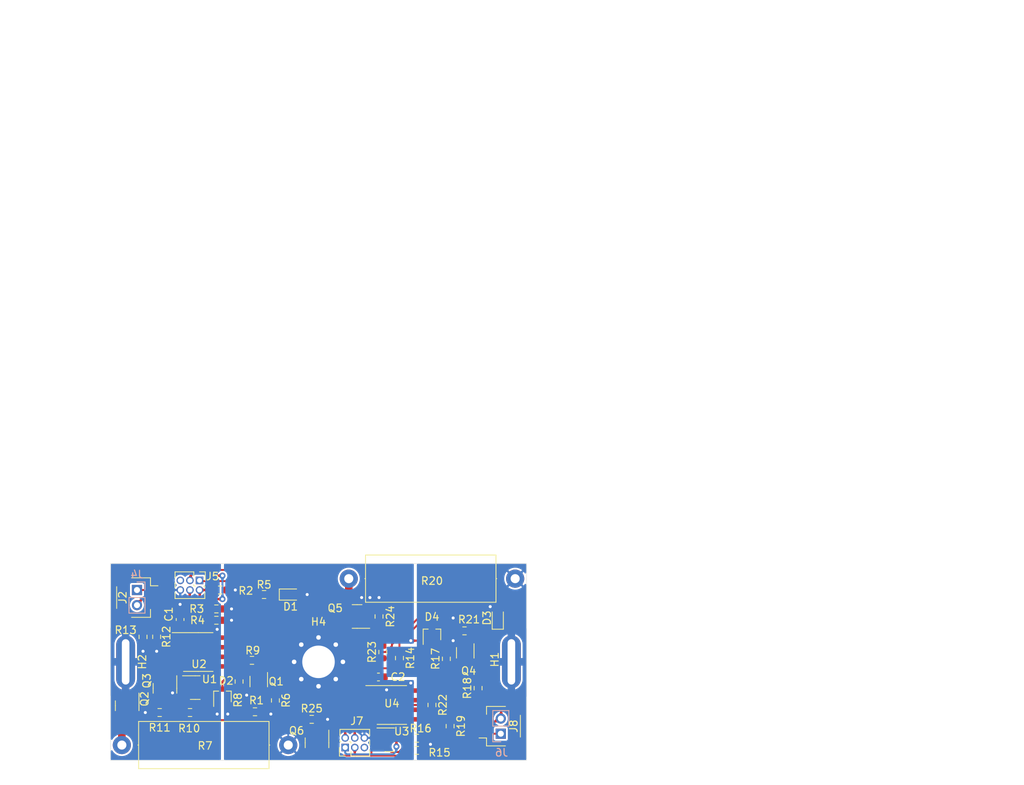
<source format=kicad_pcb>
(kicad_pcb (version 20221018) (generator pcbnew)
  (layers (0 "F.Cu" signal) (31 "B.Cu" signal) (34 "B.Paste" user) (35 "F.Paste" user) (36 "B.SilkS" user "B.Silkscreen") (37 "F.SilkS" user "F.Silkscreen") (38 "B.Mask" user) (39 "F.Mask" user) (44 "Edge.Cuts" user))
  (net 0 "")
  (net 1 "GND")
  (net 2 "/VCC")
  (net 3 "/VCCB")
  (net 4 "VEE")
  (net 5 "Net-(D1-K)")
  (net 6 "/RX")
  (net 7 "/TX")
  (net 8 "Net-(Q1A-E1)")
  (net 9 "Net-(D3-K)")
  (net 10 "/2V5")
  (net 11 "/BAL")
  (net 12 "/~{EN}")
  (net 13 "/FAULT_UPDI")
  (net 14 "Net-(Q4A-E1)")
  (net 15 "Net-(J2-Pin_3)")
  (net 16 "Net-(J2-Pin_2)")
  (net 17 "Net-(J2-Pin_1)")
  (net 19 "/FAULT_UPDI2")
  (net 20 "/RX2")
  (net 21 "/TX2")
  (net 23 "Net-(J6-Pin_1)")
  (net 24 "Net-(J6-Pin_2)")
  (net 26 "Net-(Q1A-C1)")
  (net 27 "Net-(Q1A-B1)")
  (net 28 "Net-(Q2-D)")
  (net 29 "Net-(Q2-G)")
  (net 30 "Net-(Q4A-B1)")
  (net 31 "Net-(Q5-G)")
  (net 32 "Net-(Q5-D)")
  (net 33 "Net-(Q6-E)")
  (net 34 "/2V5B")
  (net 35 "/~{EN2}")
  (net 36 "/BAL2")
  (net 37 "+BATT")
  (footprint "Capacitor_SMD:C_0603_1608Metric" (layer "F.Cu") (at 24.2 107.4 90)
    (fp_text reference "C1")
    (fp_text value "1u")
  )
  (footprint "Package_TO_SOT_SMD:SOT-323_SC-70" (layer "F.Cu") (at 29.8 117.6 90)
    (fp_text reference "D2")
    (fp_text value "BAV99W")
  )
  (footprint "EdsKicadLibrary:Terminal tag 6.2mm slot" (layer "F.Cu") (at 17 113)
    (fp_text reference "H2")
    (fp_text value "(-)")
  )
  (footprint "Package_TO_SOT_SMD:SOT-363_SC-70-6" (layer "F.Cu") (at 34.6 115.6 -90)
    (fp_text reference "Q1")
    (fp_text value "MMDT3946")
  )
  (footprint "Package_TO_SOT_SMD:SOT-23" (layer "F.Cu") (at 17.2 118.8 -90)
    (fp_text reference "Q2")
    (fp_text value "SI3402-TP")
  )
  (footprint "Resistor_SMD:R_0603_1608Metric" (layer "F.Cu") (at 34.1 119.6)
    (fp_text reference "R1")
    (fp_text value "150k")
  )
  (footprint "Resistor_SMD:R_0603_1608Metric" (layer "F.Cu") (at 29.5 103.5 180)
    (fp_text reference "R2")
    (fp_text value "10R")
  )
  (footprint "Resistor_SMD:R_0603_1608Metric" (layer "F.Cu") (at 29 107.5)
    (fp_text reference "R4")
    (fp_text value "3K3")
  )
  (footprint "Resistor_SMD:R_0603_1608Metric" (layer "F.Cu") (at 32 115.6 -90)
    (fp_text reference "R8")
    (fp_text value "220k")
  )
  (footprint "Resistor_SMD:R_0603_1608Metric" (layer "F.Cu") (at 33.7 112.8 180)
    (fp_text reference "R9")
    (fp_text value "220k")
  )
  (footprint "Resistor_SMD:R_0603_1608Metric" (layer "F.Cu") (at 25.5125 119.7 180)
    (fp_text reference "R10")
    (fp_text value "3K3")
  )
  (footprint "Resistor_SMD:R_0603_1608Metric" (layer "F.Cu") (at 21.5 119.7 180)
    (fp_text reference "R11")
    (fp_text value "220k")
  )
  (footprint "Package_SO:SOIC-8_3.9x4.9mm_P1.27mm" (layer "F.Cu") (at 26.6 111.7)
    (fp_text reference "U2")
    (fp_text value "ATtiny202-SS")
  )
  (footprint "Connector_PinHeader_1.27mm:PinHeader_2x03_P1.27mm_Vertical" (layer "F.Cu") (at 26.77 102.23 -90)
    (fp_text reference "J5")
    (fp_text value "UPDI Port")
  )
  (footprint "EdsKicadLibrary:Terminal tag 6.2mm slot" (layer "F.Cu") (at 68 113)
    (fp_text reference "H1")
    (fp_text value "(+)")
  )
  (footprint "Package_TO_SOT_SMD:SOT-23" (layer "F.Cu") (at 22.2 116.5 -90)
    (fp_text reference "Q3")
    (fp_text value "MMBT3904")
  )
  (footprint "Resistor_SMD:R_0603_1608Metric" (layer "F.Cu") (at 21.1 109.6875 -90)
    (fp_text reference "R12")
    (fp_text value "150k")
  )
  (footprint "Resistor_SMD:R_0603_1608Metric" (layer "F.Cu") (at 36.8 118.1 -90)
    (fp_text reference "R6")
    (fp_text value "150k")
  )
  (footprint "LED_SMD:LED_0603_1608Metric" (layer "F.Cu") (at 38.8 104.1)
    (fp_text reference "D1")
    (fp_text value "Red LED")
  )
  (footprint "Resistor_SMD:R_0603_1608Metric" (layer "F.Cu") (at 29 106 180)
    (fp_text reference "R3")
    (fp_text value "220k")
  )
  (footprint "EdsKicadLibrary:R_Axial_L17.0mm_D6.0mm_P22mm_Horizontal" (layer "F.Cu") (at 27.5 124 180)
    (fp_text reference "R7")
    (fp_text value "4R7")
  )
  (footprint "Connector_JST:JST_SH_SM03B-SRSS-TB_1x03-1MP_P1.00mm_Horizontal" (layer "F.Cu") (at 18.5 104.5 -90)
    (fp_text reference "J2")
    (fp_text value "Conn_01x03")
  )
  (footprint "Resistor_SMD:R_0603_1608Metric" (layer "F.Cu") (at 19.3 109.7 90)
    (fp_text reference "R13")
    (fp_text value "270k")
  )
  (footprint "Package_TO_SOT_SMD:SOT-23" (layer "F.Cu") (at 26.2 116.4)
    (fp_text reference "U1")
    (fp_text value "TL431DBZ")
  )
  (footprint "Resistor_SMD:R_0603_1608Metric" (layer "F.Cu") (at 35.3 104.1)
    (fp_text reference "R5")
    (fp_text value "3K3")
  )
  (footprint "Capacitor_SMD:C_0603_1608Metric" (layer "F.Cu") (at 50.425 115)
    (fp_text reference "C2")
    (fp_text value "1u")
  )
  (footprint "Package_SO:SOIC-8_3.9x4.9mm_P1.27mm" (layer "F.Cu") (at 52.2 118.7)
    (fp_text reference "U4")
    (fp_text value "ATtiny202-SS")
  )
  (footprint "Resistor_SMD:R_0603_1608Metric" (layer "F.Cu") (at 55.5 123.1)
    (fp_text reference "R16")
    (fp_text value "3K3")
  )
  (footprint "EdsKicadLibrary:R_Axial_L17.0mm_D6.0mm_P22mm_Horizontal" (layer "F.Cu") (at 57.5 102 180)
    (fp_text reference "R20")
    (fp_text value "4R7")
  )
  (footprint "Package_TO_SOT_SMD:SOT-23" (layer "F.Cu") (at 42.3 123.7 -90)
    (fp_text reference "Q6")
    (fp_text value "MMBT3904")
  )
  (footprint "Package_TO_SOT_SMD:SOT-323_SC-70" (layer "F.Cu") (at 57.5 109.4 90)
    (fp_text reference "D4")
    (fp_text value "BAV99W")
  )
  (footprint "Package_TO_SOT_SMD:SOT-363_SC-70-6" (layer "F.Cu") (at 61.9 111.8 -90)
    (fp_text reference "Q4")
    (fp_text value "MMDT3946")
  )
  (footprint "Resistor_SMD:R_0603_1608Metric" (layer "F.Cu") (at 50.5 107 90)
    (fp_text reference locked "R24")
    (fp_text value "220k")
  )
  (footprint "Resistor_SMD:R_0603_1608Metric" (layer "F.Cu") (at 59.4 112.6 90)
    (fp_text reference "R17")
    (fp_text value "150k")
  )
  (footprint "Resistor_SMD:R_0603_1608Metric" (layer "F.Cu") (at 55.5 124.7 180)
    (fp_text reference "R15")
    (fp_text value "220k")
  )
  (footprint "Package_TO_SOT_SMD:SOT-23" (layer "F.Cu") (at 47.6 107 180)
    (fp_text reference "Q5")
    (fp_text value "SI3402-TP")
  )
  (footprint "Resistor_SMD:R_0603_1608Metric" (layer "F.Cu") (at 53.2 112.5 -90)
    (fp_text reference "R14")
    (fp_text value "10R")
  )
  (footprint "Connector_JST:JST_SH_SM03B-SRSS-TB_1x03-1MP_P1.00mm_Horizontal" (layer "F.Cu") (at 66.5 121.5 90)
    (fp_text reference "J8")
    (fp_text value "Conn_01x03")
  )
  (footprint "Connector_PinHeader_1.27mm:PinHeader_2x03_P1.27mm_Vertical" (layer "F.Cu") (at 46.025 124.325 90)
    (fp_text reference "J7")
    (fp_text value "UPDI Port")
  )
  (footprint "MountingHole:MountingHole_4.3mm_M4_Pad_Via" (layer "F.Cu") (at 42.5 113)
    (fp_text reference "H4")
    (fp_text value "(MID)")
  )
  (footprint "LED_SMD:LED_0603_1608Metric" (layer "F.Cu") (at 66.2 107.2 90)
    (fp_text reference "D3")
    (fp_text value "Red LED")
  )
  (footprint "Resistor_SMD:R_0603_1608Metric" (layer "F.Cu") (at 57.5 118.7 -90)
    (fp_text reference "R22")
    (fp_text value "220k")
  )
  (footprint "Resistor_SMD:R_0603_1608Metric" (layer "F.Cu") (at 61.8 108.9 180)
    (fp_text reference "R21")
    (fp_text value "220k")
  )
  (footprint "Resistor_SMD:R_0603_1608Metric" (layer "F.Cu") (at 41.6 120.6)
    (fp_text reference "R25")
    (fp_text value "150k")
  )
  (footprint "Resistor_SMD:R_0603_1608Metric" (layer "F.Cu") (at 63.6 116.475 90)
    (fp_text reference "R18")
    (fp_text value "3K3")
  )
  (footprint "Package_TO_SOT_SMD:SOT-23" (layer "F.Cu") (at 51.9 123.3)
    (fp_text reference "U3")
    (fp_text value "TL431DBZ")
  )
  (footprint "Resistor_SMD:R_0603_1608Metric" (layer "F.Cu") (at 59.9 121.5 -90)
    (fp_text reference "R19")
    (fp_text value "150k")
  )
  (footprint "Resistor_SMD:R_0603_1608Metric" (layer "F.Cu") (at 51 111.7 90)
    (fp_text reference "R23")
    (fp_text value "3K3")
  )
  (footprint "Connector_PinHeader_2.00mm:PinHeader_1x02_P2.00mm_Vertical" (layer "B.Cu") (at 18.5 103.5 180)
    (fp_text reference "J4")
    (fp_text value "Conn_01x02")
  )
  (footprint "Connector_PinHeader_2.00mm:PinHeader_1x02_P2.00mm_Vertical" (layer "B.Cu") (at 66.6 122.5)
    (fp_text reference "J6")
    (fp_text value "Conn_01x02")
  )
  (gr_line (start 15 100) (end 15 126) (stroke (width 0.05)) (layer "Edge.Cuts"))
  (gr_line (start 70 100) (end 15 100) (stroke (width 0.05)) (layer "Edge.Cuts"))
  (gr_line (start 70 126) (end 70 100) (stroke (width 0.05)) (layer "Edge.Cuts"))
  (gr_line (start 15 126) (end 70 126) (stroke (width 0.05)) (layer "Edge.Cuts"))
  (segment (start 23.2 115.6125) (end 23.2 117.099996) (width 0.25) (layer "F.Cu") (net 1))
  (segment (start 16.3 117.9) (end 17 117.2) (width 1) (layer "F.Cu") (net 1))
  (segment (start 29.075 109.795) (end 29.075 108.725) (width 0.25) (layer "F.Cu") (net 1))
  (segment (start 20.7125 119.7) (end 19.6 119.7) (width 0.25) (layer "F.Cu") (net 1))
  (segment (start 16.25 117.9) (end 16.3 117.9) (width 1) (layer "F.Cu") (net 1))
  (segment (start 29.15 118.6) (end 29.15 119.85) (width 0.25) (layer "F.Cu") (net 1))
  (segment (start 29.075 108.725) (end 29.1 108.7) (width 0.25) (layer "F.Cu") (net 1))
  (segment (start 24.2 106.6125) (end 24.2 105.4) (width 0.25) (layer "F.Cu") (net 1))
  (segment (start 21.1 110.475) (end 21.1 111.6) (width 0.25) (layer "F.Cu") (net 1))
  (segment (start 19.3 110.4875) (end 19.3 111.599996) (width 0.25) (layer "F.Cu") (net 1))
  (segment (start 29.15 119.85) (end 29.1 119.9) (width 0.25) (layer "F.Cu") (net 1))
  (segment (start 17 117.2) (end 17 113) (width 1) (layer "F.Cu") (net 1))
  (segment (start 23.2 117.099996) (end 23.200004 117.1) (width 0.25) (layer "F.Cu") (net 1))
  (segment (start 23.15 115.5625) (end 23.2 115.6125) (width 0.25) (layer "F.Cu") (net 1))
  (via (at 19.6 119.7) (size 0.8) (drill 0.4) (layers "F.Cu" "B.Cu") (net 1))
  (via (at 29.1 108.7) (size 0.8) (drill 0.4) (layers "F.Cu" "B.Cu") (net 1))
  (via (at 21.1 111.6) (size 0.8) (drill 0.4) (layers "F.Cu" "B.Cu") (net 1))
  (via (at 29.1 119.9) (size 0.8) (drill 0.4) (layers "F.Cu" "B.Cu") (net 1))
  (via (at 24.2 105.4) (size 0.8) (drill 0.4) (layers "F.Cu" "B.Cu") (net 1))
  (via (at 23.200004 117.1) (size 0.8) (drill 0.4) (layers "F.Cu" "B.Cu") (net 1))
  (via (at 19.3 111.599996) (size 0.8) (drill 0.4) (layers "F.Cu" "B.Cu") (net 1))
  (segment (start 23.3 113) (end 23.2 113.1) (width 0.25) (layer "B.Cu") (net 1))
  (segment (start 20 113) (end 17 113) (width 0.25) (layer "B.Cu") (net 1))
  (segment (start 24.2 105.4) (end 24.2 103.53) (width 0.25) (layer "B.Cu") (net 1))
  (segment (start 23.3 113) (end 21.2 113) (width 0.25) (layer "B.Cu") (net 1))
  (segment (start 23.2 117.099996) (end 23.200004 117.1) (width 0.25) (layer "B.Cu") (net 1))
  (segment (start 21.1 111.6) (end 21.1 113) (width 0.25) (layer "B.Cu") (net 1))
  (segment (start 21.2 113) (end 21.1 113) (width 0.25) (layer "B.Cu") (net 1))
  (segment (start 29.1 119.9) (end 29.1 113) (width 0.25) (layer "B.Cu") (net 1))
  (segment (start 20 113) (end 19.6 113) (width 0.25) (layer "B.Cu") (net 1))
  (segment (start 24.2 103.53) (end 24.23 103.5) (width 0.25) (layer "B.Cu") (net 1))
  (segment (start 21.1 113) (end 20 113) (width 0.25) (layer "B.Cu") (net 1))
  (segment (start 29.1 113) (end 29.1 108.7) (width 0.25) (layer "B.Cu") (net 1))
  (segment (start 19.3 113) (end 19.3 111.599996) (width 0.25) (layer "B.Cu") (net 1))
  (segment (start 29.1 113) (end 23.3 113) (width 0.25) (layer "B.Cu") (net 1))
  (segment (start 19.6 119.7) (end 19.6 113) (width 0.25) (layer "B.Cu") (net 1))
  (segment (start 23.2 113.1) (end 23.2 117.099996) (width 0.25) (layer "B.Cu") (net 1))
  (segment (start 19.6 113) (end 19.3 113) (width 0.25) (layer "B.Cu") (net 1))
  (segment (start 24.125 109.795) (end 24.125 108.2625) (width 0.25) (layer "F.Cu") (net 2))
  (segment (start 25.4 105.7) (end 26.77 104.33) (width 0.25) (layer "F.Cu") (net 2))
  (segment (start 26.77 104.33) (end 26.77 103.5) (width 0.25) (layer "F.Cu") (net 2))
  (segment (start 28.7125 103.5) (end 26.77 103.5) (width 0.25) (layer "F.Cu") (net 2))
  (segment (start 24.125 108.2625) (end 25.4 106.9875) (width 0.25) (layer "F.Cu") (net 2))
  (segment (start 25.4 106.9875) (end 25.4 105.7) (width 0.25) (layer "F.Cu") (net 2))
  (segment (start 50.25 113.85) (end 49.7 114.4) (width 0.25) (layer "F.Cu") (net 3))
  (segment (start 46.03 123.05) (end 46.03 118.97) (width 0.25) (layer "F.Cu") (net 3))
  (segment (start 53.2 113.325) (end 52.675 113.85) (width 0.25) (layer "F.Cu") (net 3))
  (segment (start 46.025 123.055) (end 46.03 123.05) (width 0.25) (layer "F.Cu") (net 3))
  (segment (start 49.725 115.075) (end 49.65 115) (width 0.25) (layer "F.Cu") (net 3))
  (segment (start 46.03 118.97) (end 48.205 116.795) (width 0.25) (layer "F.Cu") (net 3))
  (segment (start 49.7 114.95) (end 49.65 115) (width 0.25) (layer "F.Cu") (net 3))
  (segment (start 52.675 113.85) (end 50.25 113.85) (width 0.25) (layer "F.Cu") (net 3))
  (segment (start 48.205 116.795) (end 49.725 116.795) (width 0.25) (layer "F.Cu") (net 3))
  (segment (start 49.725 116.795) (end 49.725 115.075) (width 0.25) (layer "F.Cu") (net 3))
  (segment (start 49.7 114.4) (end 49.7 114.95) (width 0.25) (layer "F.Cu") (net 3))
  (segment (start 30.2875 103.5) (end 31.5 103.5) (width 0.25) (layer "F.Cu") (net 4))
  (segment (start 48.200014 105.712514) (end 48.200014 104.5) (width 1) (layer "F.Cu") (net 4))
  (segment (start 54.7 115.8) (end 54.7 116.77) (width 0.25) (layer "F.Cu") (net 4))
  (segment (start 54.7 116.77) (end 54.69 116.78) (width 0.25) (layer "F.Cu") (net 4))
  (segment (start 51.2 115.7) (end 51.5 116) (width 0.25) (layer "F.Cu") (net 4))
  (segment (start 33.95 116.55) (end 33.85 116.55) (width 0.25) (layer "F.Cu") (net 4))
  (segment (start 56.650002 110.200002) (end 54.7 110.200002) (width 0.25) (layer "F.Cu") (net 4))
  (segment (start 51.2 115) (end 51.2 115.7) (width 0.25) (layer "F.Cu") (net 4))
  (segment (start 30.45 119.85) (end 30.5 119.9) (width 0.25) (layer "F.Cu") (net 4))
  (segment (start 34.8875 119.6) (end 35.1875 119.9) (width 0.25) (layer "F.Cu") (net 4))
  (segment (start 35.1875 119.9) (end 36.20001 119.9) (width 0.25) (layer "F.Cu") (net 4))
  (segment (start 56.85 110.4) (end 56.650002 110.200002) (width 0.25) (layer "F.Cu") (net 4))
  (segment (start 43.25 122.7625) (end 43.25 121.85) (width 0.25) (layer "F.Cu") (net 4))
  (segment (start 50.5 104.5) (end 49.299996 104.5) (width 1) (layer "F.Cu") (net 4))
  (segment (start 33.85 116.55) (end 33 117.4) (width 0.25) (layer "F.Cu") (net 4))
  (segment (start 29.7875 106) (end 31 106) (width 0.25) (layer "F.Cu") (net 4))
  (segment (start 48.200014 104.5) (end 49.299996 104.5) (width 1) (layer "F.Cu") (net 4))
  (segment (start 50.5 106.175) (end 50.5 104.5) (width 0.25) (layer "F.Cu") (net 4))
  (segment (start 30.45 118.6) (end 30.45 119.85) (width 0.25) (layer "F.Cu") (net 4))
  (segment (start 54.69 116.78) (end 54.675 116.78) (width 0.25) (layer "F.Cu") (net 4))
  (segment (start 43.25 121.85) (end 43.7 121.4) (width 0.25) (layer "F.Cu") (net 4))
  (segment (start 42.425 120.6) (end 43.7 120.6) (width 0.25) (layer "F.Cu") (net 4))
  (segment (start 43.7 121.4) (end 43.7 120.6) (width 0.25) (layer "F.Cu") (net 4))
  (segment (start 48.5375 106.05) (end 48.200014 105.712514) (width 1) (layer "F.Cu") (net 4))
  (segment (start 51.5 116) (end 51.5 116.7) (width 0.25) (layer "F.Cu") (net 4))
  (segment (start 31 107.5) (end 29.7875 107.5) (width 0.25) (layer "F.Cu") (net 4))
  (segment (start 39.5875 104.1) (end 41 104.1) (width 0.25) (layer "F.Cu") (net 4))
  (via (at 50.5 104.5) (size 0.8) (drill 0.4) (layers "F.Cu" "B.Cu") (net 4))
  (via (at 48.200014 104.5) (size 0.8) (drill 0.4) (layers "F.Cu" "B.Cu") (net 4))
  (via (at 41 104.1) (size 0.8) (drill 0.4) (layers "F.Cu" "B.Cu") (net 4))
  (via (at 43.7 120.6) (size 0.8) (drill 0.4) (layers "F.Cu" "B.Cu") (net 4))
  (via (at 33 117.4) (size 0.8) (drill 0.4) (layers "F.Cu" "B.Cu") (net 4))
  (via (at 54.7 110.200002) (size 0.8) (drill 0.4) (layers "F.Cu" "B.Cu") (net 4))
  (via (at 51.5 116.7) (size 0.8) (drill 0.4) (layers "F.Cu" "B.Cu") (net 4))
  (via (at 49.299996 104.5) (size 0.8) (drill 0.4) (layers "F.Cu" "B.Cu") (net 4))
  (via (at 36.20001 119.9) (size 0.8) (drill 0.4) (layers "F.Cu" "B.Cu") (net 4))
  (via (at 30.5 119.9) (size 0.8) (drill 0.4) (layers "F.Cu" "B.Cu") (net 4))
  (via (at 31.5 103.5) (size 0.8) (drill 0.4) (layers "F.Cu" "B.Cu") (net 4))
  (via (at 31 106) (size 0.8) (drill 0.4) (layers "F.Cu" "B.Cu") (net 4))
  (via (at 31 107.5) (size 0.8) (drill 0.4) (layers "F.Cu" "B.Cu") (net 4))
  (via (at 54.7 115.8) (size 0.8) (drill 0.4) (layers "F.Cu" "B.Cu") (net 4))
  (segment (start 38.5 119.9) (end 36.20001 119.9) (width 0.25) (layer "B.Cu") (net 4))
  (segment (start 50.999998 110.200002) (end 48.2 113) (width 0.25) (layer "B.Cu") (net 4))
  (segment (start 51.5 115.8) (end 51.5 116.7) (width 0.25) (layer "B.Cu") (net 4))
  (segment (start 33 117.4) (end 38.5 117.4) (width 0.25) (layer "B.Cu") (net 4))
  (segment (start 43.7 120.6) (end 42.5 119.4) (width 0.25) (layer "B.Cu") (net 4))
  (segment (start 31.5 106) (end 31 106) (width 0.25) (layer "B.Cu") (net 4))
  (segment (start 38.5 119.7) (end 38.5 119.9) (width 0.25) (layer "B.Cu") (net 4))
  (segment (start 30.5 119.9) (end 36.20001 119.9) (width 0.25) (layer "B.Cu") (net 4))
  (segment (start 48.2 113) (end 51 115.8) (width 0.25) (layer "B.Cu") (net 4))
  (segment (start 47.61 122.1) (end 48.565 123.055) (width 0.25) (layer "B.Cu") (net 4))
  (segment (start 45.2 122.1) (end 47.61 122.1) (width 0.25) (layer "B.Cu") (net 4))
  (segment (start 51.5 115.8) (end 54.7 115.8) (width 0.25) (layer "B.Cu") (net 4))
  (segment (start 43.7 120.6) (end 45.2 122.1) (width 0.25) (layer "B.Cu") (net 4))
  (segment (start 38.5 117.4) (end 38.5 117) (width 0.25) (layer "B.Cu") (net 4))
  (segment (start 31 106) (end 31 107.5) (width 0.25) (layer "B.Cu") (net 4))
  (segment (start 48.2 113) (end 42.5 113) (width 0.25) (layer "B.Cu") (net 4))
  (segment (start 54.7 110.200002) (end 50.999998 110.200002) (width 0.25) (layer "B.Cu") (net 4))
  (segment (start 42.5 113) (end 42.5 105.6) (width 0.25) (layer "B.Cu") (net 4))
  (segment (start 31.5 103.5) (end 31.5 106) (width 0.25) (layer "B.Cu") (net 4))
  (segment (start 51 115.8) (end 51.5 115.8) (width 0.25) (layer "B.Cu") (net 4))
  (segment (start 38.5 117) (end 42.5 113) (width 0.25) (layer "B.Cu") (net 4))
  (segment (start 38.5 119.7) (end 38.5 117.4) (width 0.25) (layer "B.Cu") (net 4))
  (segment (start 35.5 106) (end 31.5 106) (width 0.25) (layer "B.Cu") (net 4))
  (segment (start 42.5 119.4) (end 42.5 113) (width 0.25) (layer "B.Cu") (net 4))
  (segment (start 42.5 113) (end 48.200014 107.299986) (width 0.25) (layer "B.Cu") (net 4))
  (segment (start 42.5 105.6) (end 41 104.1) (width 0.25) (layer "B.Cu") (net 4))
  (segment (start 42.5 113) (end 35.5 106) (width 0.25) (layer "B.Cu") (net 4))
  (segment (start 38.5 124) (end 38.5 119.7) (width 0.25) (layer "B.Cu") (net 4))
  (segment (start 48.200014 107.299986) (end 48.200014 104.5) (width 0.25) (layer "B.Cu") (net 4))
  (segment (start 36.125 104.1) (end 38.0125 104.1) (width 0.25) (layer "F.Cu") (net 5))
  (segment (start 25.9 101.3) (end 28 101.3) (width 0.25) (layer "F.Cu") (net 6))
  (segment (start 25.265 112.335) (end 27 110.6) (width 0.25) (layer "F.Cu") (net 6))
  (segment (start 28.3 101.6) (end 29.8 101.6) (width 0.25) (layer "F.Cu") (net 6))
  (segment (start 27 106) (end 28.2125 106) (width 0.25) (layer "F.Cu") (net 6))
  (segment (start 27 105.3) (end 27 106) (width 0.25) (layer "F.Cu") (net 6))
  (segment (start 27.6 104.7) (end 27 105.3) (width 0.25) (layer "F.Cu") (net 6))
  (segment (start 25.5 102.23) (end 25.5 101.7) (width 0.25) (layer "F.Cu") (net 6))
  (segment (start 22.2 113.1) (end 22.965 112.335) (width 0.25) (layer "F.Cu") (net 6))
  (segment (start 28 101.3) (end 28.3 101.6) (width 0.25) (layer "F.Cu") (net 6))
  (segment (start 29.8 104.7) (end 27.6 104.7) (width 0.25) (layer "F.Cu") (net 6))
  (segment (start 25.5 101.7) (end 25.9 101.3) (width 0.25) (layer "F.Cu") (net 6))
  (segment (start 22.965 112.335) (end 24.125 112.335) (width 0.25) (layer "F.Cu") (net 6))
  (segment (start 22.2 117.4375) (end 22.2 113.1) (width 0.25) (layer "F.Cu") (net 6))
  (segment (start 27 110.6) (end 27 106) (width 0.25) (layer "F.Cu") (net 6))
  (segment (start 24.125 112.335) (end 25.265 112.335) (width 0.25) (layer "F.Cu") (net 6))
  (via (at 29.8 101.6) (size 0.8) (drill 0.4) (layers "F.Cu" "B.Cu") (net 6))
  (via (at 29.8 104.7) (size 0.8) (drill 0.4) (layers "F.Cu" "B.Cu") (net 6))
  (segment (start 29.8 101.6) (end 29.8 104.7) (width 0.25) (layer "B.Cu") (net 6))
  (segment (start 24.125 111.065) (end 22.965 111.065) (width 0.25) (layer "F.Cu") (net 7))
  (segment (start 36.8 113.7) (end 36.8 117.275) (width 0.25) (layer "F.Cu") (net 7))
  (segment (start 22.75 110.85) (end 22.75 102.35) (width 0.25) (layer "F.Cu") (net 7))
  (segment (start 22.75 102.35) (end 24.25 100.85) (width 0.25) (layer "F.Cu") (net 7))
  (segment (start 24.25 100.85) (end 30.65 100.85) (width 0.25) (layer "F.Cu") (net 7))
  (segment (start 33.4 103.6) (end 33.4 110.3) (width 0.25) (layer "F.Cu") (net 7))
  (segment (start 22.965 111.065) (end 22.75 110.85) (width 0.25) (layer "F.Cu") (net 7))
  (segment (start 25.5 104.2) (end 25.3 104.4) (width 0.25) (layer "F.Cu") (net 7))
  (segment (start 33.4 110.3) (end 36.8 113.7) (width 0.25) (layer "F.Cu") (net 7))
  (segment (start 30.65 100.85) (end 33.4 103.6) (width 0.25) (layer "F.Cu") (net 7))
  (segment (start 25.3 104.4) (end 22.75 104.4) (width 0.25) (layer "F.Cu") (net 7))
  (segment (start 34.475 104.1) (end 33.4 104.1) (width 0.25) (layer "F.Cu") (net 7))
  (segment (start 25.5 103.5) (end 25.5 104.2) (width 0.25) (layer "F.Cu") (net 7))
  (segment (start 34.525 112.8) (end 34.5 112.825) (width 0.25) (layer "F.Cu") (net 8))
  (segment (start 34.5 113.9) (end 35.2 113.9) (width 0.25) (layer "F.Cu") (net 8))
  (segment (start 34.5 112.825) (end 34.5 113.9) (width 0.25) (layer "F.Cu") (net 8))
  (segment (start 29.8 115.6) (end 31.5 113.9) (width 0.25) (layer "F.Cu") (net 8))
  (segment (start 35.25 113.95) (end 35.25 114.65) (width 0.25) (layer "F.Cu") (net 8))
  (segment (start 32 113.9) (end 34.5 113.9) (width 0.25) (layer "F.Cu") (net 8))
  (segment (start 32 114.8125) (end 32 113.9) (width 0.25) (layer "F.Cu") (net 8))
  (segment (start 31.5 113.9) (end 32 113.9) (width 0.25) (layer "F.Cu") (net 8))
  (segment (start 29.8 116.6) (end 29.8 115.6) (width 0.25) (layer "F.Cu") (net 8))
  (segment (start 35.2 113.9) (end 35.25 113.95) (width 0.25) (layer "F.Cu") (net 8))
  (segment (start 66.2 109.636396) (end 63.6 112.236396) (width 0.25) (layer "F.Cu") (net 9))
  (segment (start 66.2 107.9875) (end 66.2 109.636396) (width 0.25) (layer "F.Cu") (net 9))
  (segment (start 63.6 112.236396) (end 63.6 115.65) (width 0.25) (layer "F.Cu") (net 9))
  (segment (start 25.8 113.605) (end 24.125 113.605) (width 0.25) (layer "F.Cu") (net 10))
  (segment (start 25.8 114.3) (end 25.8 113.605) (width 0.25) (layer "F.Cu") (net 10))
  (segment (start 25.8 112.5) (end 25.8 113.605) (width 0.25) (layer "F.Cu") (net 10))
  (segment (start 25.2 114.9) (end 25.8 114.3) (width 0.25) (layer "F.Cu") (net 10))
  (segment (start 27.5 108.2125) (end 27.5 110.8) (width 0.25) (layer "F.Cu") (net 10))
  (segment (start 28.2125 107.5) (end 27.5 108.2125) (width 0.25) (layer "F.Cu") (net 10))
  (segment (start 27.5 110.8) (end 25.8 112.5) (width 0.25) (layer "F.Cu") (net 10))
  (segment (start 25.2 117.35) (end 25.2 114.9) (width 0.25) (layer "F.Cu") (net 10))
  (segment (start 26.3375 117.009251) (end 26.3375 119.6625) (width 0.25) (layer "F.Cu") (net 11))
  (segment (start 26.075 116.053249) (end 26.075 116.746751) (width 0.25) (layer "F.Cu") (net 11))
  (segment (start 26.075 116.746751) (end 26.3375 117.009251) (width 0.25) (layer "F.Cu") (net 11))
  (segment (start 29.075 111.065) (end 27.871396 111.065) (width 0.25) (layer "F.Cu") (net 11))
  (segment (start 26.3375 119.6625) (end 26.3 119.7) (width 0.25) (layer "F.Cu") (net 11))
  (segment (start 26.3375 115.790749) (end 26.075 116.053249) (width 0.25) (layer "F.Cu") (net 11))
  (segment (start 27.871396 111.065) (end 26.3375 112.598896) (width 0.25) (layer "F.Cu") (net 11))
  (segment (start 26.3375 112.598896) (end 26.3375 115.790749) (width 0.25) (layer "F.Cu") (net 11))
  (segment (start 32.875 112.8) (end 31.6 112.8) (width 0.25) (layer "F.Cu") (net 12))
  (segment (start 31.6 112.8) (end 30.795 113.605) (width 0.25) (layer "F.Cu") (net 12))
  (segment (start 30.795 113.605) (end 29.075 113.605) (width 0.25) (layer "F.Cu") (net 12))
  (segment (start 32.4 110.5) (end 30.565 112.335) (width 0.25) (layer "F.Cu") (net 13))
  (segment (start 26.77 102.23) (end 26.865 102.325) (width 0.25) (layer "F.Cu") (net 13))
  (segment (start 27.2 113) (end 27.2 116.4) (width 0.25) (layer "F.Cu") (net 13))
  (segment (start 31.425 102.325) (end 32.4 103.3) (width 0.25) (layer "F.Cu") (net 13))
  (segment (start 29.075 112.335) (end 27.865 112.335) (width 0.25) (layer "F.Cu") (net 13))
  (segment (start 26.865 102.325) (end 31.425 102.325) (width 0.25) (layer "F.Cu") (net 13))
  (segment (start 27.865 112.335) (end 27.2 113) (width 0.25) (layer "F.Cu") (net 13))
  (segment (start 32.4 103.3) (end 32.4 110.5) (width 0.25) (layer "F.Cu") (net 13))
  (segment (start 30.565 112.335) (end 29.075 112.335) (width 0.25) (layer "F.Cu") (net 13))
  (segment (start 58.5 108.4) (end 58.9 108) (width 0.25) (layer "F.Cu") (net 14))
  (segment (start 58.9 108) (end 62.4 108) (width 0.25) (layer "F.Cu") (net 14))
  (segment (start 57.5 117.875) (end 57.5 108.4) (width 0.25) (layer "F.Cu") (net 14))
  (segment (start 62.55 109.15) (end 62.625 109.075) (width 0.25) (layer "F.Cu") (net 14))
  (segment (start 57.5 108.4) (end 58.5 108.4) (width 0.25) (layer "F.Cu") (net 14))
  (segment (start 62.625 109.075) (end 62.625 108.9) (width 0.25) (layer "F.Cu") (net 14))
  (segment (start 62.55 110.85) (end 62.55 109.15) (width 0.25) (layer "F.Cu") (net 14))
  (segment (start 62.4 108) (end 62.625 108.225) (width 0.25) (layer "F.Cu") (net 14))
  (segment (start 62.625 108.225) (end 62.625 108.9) (width 0.25) (layer "F.Cu") (net 14))
  (segment (start 20.5 106.5) (end 19.3 107.7) (width 0.25) (layer "F.Cu") (net 15))
  (segment (start 19.3 107.7) (end 19.3 108.9125) (width 0.25) (layer "F.Cu") (net 15))
  (segment (start 20.5 105.5) (end 20.5 106.5) (width 0.25) (layer "F.Cu") (net 15))
  (segment (start 33 118.4) (end 32.2 119.2) (width 0.25) (layer "F.Cu") (net 16))
  (segment (start 26 120.7) (end 31.1 120.7) (width 0.25) (layer "F.Cu") (net 16))
  (segment (start 32.2 119.6) (end 33.3125 119.6) (width 0.25) (layer "F.Cu") (net 16))
  (segment (start 21.5 104.5) (end 21.65 104.65) (width 0.25) (layer "F.Cu") (net 16))
  (segment (start 20.2 107.8) (end 20.2 112.7) (width 0.25) (layer "F.Cu") (net 16))
  (segment (start 20.5 104.5) (end 21.5 104.5) (width 0.25) (layer "F.Cu") (net 16))
  (segment (start 20.5 104.5) (end 19.35 104.5) (width 0.25) (layer "F.Cu") (net 16))
  (segment (start 24.968979 118.7) (end 25.4875 119.218521) (width 0.25) (layer "F.Cu") (net 16))
  (segment (start 19.9 117.7) (end 20.9 118.7) (width 0.25) (layer "F.Cu") (net 16))
  (segment (start 25.4875 120.1875) (end 26 120.7) (width 0.25) (layer "F.Cu") (net 16))
  (segment (start 20.2 112.7) (end 19.9 113) (width 0.25) (layer "F.Cu") (net 16))
  (segment (start 19.35 104.5) (end 18.35 105.5) (width 0.25) (layer "F.Cu") (net 16))
  (segment (start 31.1 120.7) (end 32.2 119.6) (width 0.25) (layer "F.Cu") (net 16))
  (segment (start 20.9 118.7) (end 24.968979 118.7) (width 0.25) (layer "F.Cu") (net 16))
  (segment (start 32.2 119.2) (end 32.2 119.6) (width 0.25) (layer "F.Cu") (net 16))
  (segment (start 34.6 117.1) (end 33.3 118.4) (width 0.25) (layer "F.Cu") (net 16))
  (segment (start 34.6 116.55) (end 34.6 117.1) (width 0.25) (layer "F.Cu") (net 16))
  (segment (start 21.65 104.65) (end 21.65 106.35) (width 0.25) (layer "F.Cu") (net 16))
  (segment (start 19.9 113) (end 19.9 117.7) (width 0.25) (layer "F.Cu") (net 16))
  (segment (start 21.65 106.35) (end 20.2 107.8) (width 0.25) (layer "F.Cu") (net 16))
  (segment (start 25.4875 119.218521) (end 25.4875 120.1875) (width 0.25) (layer "F.Cu") (net 16))
  (segment (start 33.3 118.4) (end 33 118.4) (width 0.25) (layer "F.Cu") (net 16))
  (segment (start 20.5 103.5) (end 18.35 103.5) (width 0.25) (layer "F.Cu") (net 17))
  (segment (start 22.1 112) (end 22.1 108.9) (width 0.25) (layer "F.Cu") (net 17))
  (segment (start 21.7 103.5) (end 20.5 103.5) (width 0.25) (layer "F.Cu") (net 17))
  (segment (start 22.1 103.9) (end 21.7 103.5) (width 0.25) (layer "F.Cu") (net 17))
  (segment (start 21.25 115.5625) (end 21.25 112.85) (width 0.25) (layer "F.Cu") (net 17))
  (segment (start 22.1 108.9) (end 21.1 108.9) (width 0.25) (layer "F.Cu") (net 17))
  (segment (start 22.1 108.9) (end 22.1 103.9) (width 0.25) (layer "F.Cu") (net 17))
  (segment (start 21.25 112.85) (end 22.1 112) (width 0.25) (layer "F.Cu") (net 17))
  (segment (start 52.8 124.2) (end 52.8 123.3375) (width 0.25) (layer "F.Cu") (net 19))
  (segment (start 53.265 119.335) (end 52.8375 119.7625) (width 0.25) (layer "F.Cu") (net 19))
  (segment (start 52.8 123.3375) (end 52.8375 123.3) (width 0.25) (layer "F.Cu") (net 19))
  (segment (start 54.675 119.335) (end 53.265 119.335) (width 0.25) (layer "F.Cu") (net 19))
  (segment (start 52.8375 119.7625) (end 52.8375 123.3) (width 0.25) (layer "F.Cu") (net 19))
  (via (at 52.8 124.2) (size 0.8) (drill 0.4) (layers "F.Cu" "B.Cu") (net 19))
  (segment (start 52.375 125.225) (end 52.8 124.8) (width 0.25) (layer "B.Cu") (net 19))
  (segment (start 46.03 125.03) (end 46.225 125.225) (width 0.25) (layer "B.Cu") (net 19))
  (segment (start 52.8 124.8) (end 52.8 124.2) (width 0.25) (layer "B.Cu") (net 19))
  (segment (start 46.225 125.225) (end 52.375 125.225) (width 0.25) (layer "B.Cu") (net 19))
  (segment (start 46.03 124.4) (end 46.03 125.03) (width 0.25) (layer "B.Cu") (net 19))
  (segment (start 49.5 125.4) (end 48 125.4) (width 0.25) (layer "F.Cu") (net 20))
  (segment (start 54.675 124.725) (end 54 125.4) (width 0.25) (layer "F.Cu") (net 20))
  (segment (start 47.295 125.337894) (end 47.295 124.325) (width 0.25) (layer "F.Cu") (net 20))
  (segment (start 48.425 121.125) (end 49.5 122.2) (width 0.25) (layer "F.Cu") (net 20))
  (segment (start 42.3 125.1) (end 42.3 124.6375) (width 0.25) (layer "F.Cu") (net 20))
  (segment (start 49.5 122.2) (end 49.5 125.4) (width 0.25) (layer "F.Cu") (net 20))
  (segment (start 48.425 119.475) (end 48.425 121.125) (width 0.25) (layer "F.Cu") (net 20))
  (segment (start 48 125.4) (end 47.357106 125.4) (width 0.25) (layer "F.Cu") (net 20))
  (segment (start 47.357106 125.4) (end 47.295 125.337894) (width 0.25) (layer "F.Cu") (net 20))
  (segment (start 47.357106 125.4) (end 42.6 125.4) (width 0.25) (layer "F.Cu") (net 20))
  (segment (start 54.675 124.7) (end 54.675 124.725) (width 0.25) (layer "F.Cu") (net 20))
  (segment (start 49.725 119.335) (end 48.565 119.335) (width 0.25) (layer "F.Cu") (net 20))
  (segment (start 54 125.4) (end 49.5 125.4) (width 0.25) (layer "F.Cu") (net 20))
  (segment (start 42.6 125.4) (end 42.3 125.1) (width 0.25) (layer "F.Cu") (net 20))
  (segment (start 48.565 119.335) (end 48.425 119.475) (width 0.25) (layer "F.Cu") (net 20))
  (segment (start 59.9 120.675) (end 59.9 118.7) (width 0.25) (layer "F.Cu") (net 21))
  (segment (start 47.295 123.125) (end 47.295 119.205) (width 0.25) (layer "F.Cu") (net 21))
  (segment (start 62.9 118.7) (end 63.6 118) (width 0.25) (layer "F.Cu") (net 21))
  (segment (start 63.6 118) (end 63.6 117.3) (width 0.25) (layer "F.Cu") (net 21))
  (segment (start 48.435 118.065) (end 49.725 118.065) (width 0.25) (layer "F.Cu") (net 21))
  (segment (start 47.295 119.205) (end 48.435 118.065) (width 0.25) (layer "F.Cu") (net 21))
  (segment (start 52.7 118.7) (end 59.9 118.7) (width 0.25) (layer "F.Cu") (net 21))
  (segment (start 59.9 118.7) (end 62.9 118.7) (width 0.25) (layer "F.Cu") (net 21))
  (segment (start 52.065 118.065) (end 52.7 118.7) (width 0.25) (layer "F.Cu") (net 21))
  (segment (start 49.725 118.065) (end 52.065 118.065) (width 0.25) (layer "F.Cu") (net 21))
  (segment (start 60.075 122.5) (end 59.9 122.325) (width 0.25) (layer "F.Cu") (net 23))
  (segment (start 64.5 122.5) (end 60.075 122.5) (width 0.25) (layer "F.Cu") (net 23))
  (segment (start 66.2 122.5) (end 64.5 122.5) (width 0.25) (layer "F.Cu") (net 23))
  (segment (start 62.5 112.8) (end 62.5 116) (width 0.25) (layer "F.Cu") (net 24))
  (segment (start 62.55 112.75) (end 62.5 112.8) (width 0.25) (layer "F.Cu") (net 24))
  (segment (start 62.5 116) (end 63 116.5) (width 0.25) (layer "F.Cu") (net 24))
  (segment (start 66.65 118.85) (end 66.65 120.05) (width 0.25) (layer "F.Cu") (net 24))
  (segment (start 65.2 121.5) (end 64.5 121.5) (width 0.25) (layer "F.Cu") (net 24))
  (segment (start 64.3 116.5) (end 66.65 118.85) (width 0.25) (layer "F.Cu") (net 24))
  (segment (start 66.65 120.05) (end 65.2 121.5) (width 0.25) (layer "F.Cu") (net 24))
  (segment (start 63 116.5) (end 64.3 116.5) (width 0.25) (layer "F.Cu") (net 24))
  (segment (start 44.9 118.3) (end 37.779962 118.3) (width 0.25) (layer "F.Cu") (net 26))
  (segment (start 37.579962 118.1) (end 35.9 118.1) (width 0.25) (layer "F.Cu") (net 26))
  (segment (start 61.6 106.4) (end 56.5 106.4) (width 0.25) (layer "F.Cu") (net 26))
  (segment (start 35.9 118.1) (end 35.25 117.45) (width 0.25) (layer "F.Cu") (net 26))
  (segment (start 61.9 112) (end 62.1 111.8) (width 0.25) (layer "F.Cu") (net 26))
  (segment (start 37.779962 118.3) (end 37.579962 118.1) (width 0.25) (layer "F.Cu") (net 26))
  (segment (start 61.675 113.425) (end 59.4 113.425) (width 0.25) (layer "F.Cu") (net 26))
  (segment (start 47.9 115.3) (end 44.9 118.3) (width 0.25) (layer "F.Cu") (net 26))
  (segment (start 62.1 111.8) (end 63 111.8) (width 0.25) (layer "F.Cu") (net 26))
  (segment (start 63 111.8) (end 63.35 111.45) (width 0.25) (layer "F.Cu") (net 26))
  (segment (start 63.35 111.45) (end 63.35 108.15) (width 0.25) (layer "F.Cu") (net 26))
  (segment (start 35.25 117.45) (end 35.25 116.55) (width 0.25) (layer "F.Cu") (net 26))
  (segment (start 50.5 111.7) (end 47.9 114.3) (width 0.25) (layer "F.Cu") (net 26))
  (segment (start 61.9 112.75) (end 61.9 112) (width 0.25) (layer "F.Cu") (net 26))
  (segment (start 61.9 113.2) (end 61.675 113.425) (width 0.25) (layer "F.Cu") (net 26))
  (segment (start 56.5 106.4) (end 52.2 110.7) (width 0.25) (layer "F.Cu") (net 26))
  (segment (start 52.2 110.7) (end 52.2 110.9) (width 0.25) (layer "F.Cu") (net 26))
  (segment (start 51.4 111.7) (end 50.5 111.7) (width 0.25) (layer "F.Cu") (net 26))
  (segment (start 47.9 114.3) (end 47.9 115.3) (width 0.25) (layer "F.Cu") (net 26))
  (segment (start 63.35 108.15) (end 61.6 106.4) (width 0.25) (layer "F.Cu") (net 26))
  (segment (start 52.2 110.9) (end 51.4 111.7) (width 0.25) (layer "F.Cu") (net 26))
  (segment (start 61.9 112.75) (end 61.9 113.2) (width 0.25) (layer "F.Cu") (net 26))
  (segment (start 34.6 114.65) (end 34.6 115.2) (width 0.25) (layer "F.Cu") (net 27))
  (segment (start 34.5 115.3) (end 34 115.3) (width 0.25) (layer "F.Cu") (net 27))
  (segment (start 32.9125 116.3875) (end 32 116.3875) (width 0.25) (layer "F.Cu") (net 27))
  (segment (start 34.6 115.2) (end 34.5 115.3) (width 0.25) (layer "F.Cu") (net 27))
  (segment (start 33.95 114.65) (end 33.95 115.35) (width 0.25) (layer "F.Cu") (net 27))
  (segment (start 33.95 115.35) (end 32.9125 116.3875) (width 0.25) (layer "F.Cu") (net 27))
  (segment (start 34 115.3) (end 33.95 115.35) (width 0.25) (layer "F.Cu") (net 27))
  (segment (start 16.5 124) (end 16.5 121.7) (width 1) (layer "F.Cu") (net 28))
  (segment (start 17.2 119.9) (end 17.2 121) (width 1) (layer "F.Cu") (net 28))
  (segment (start 17.2 121) (end 16.5 121.7) (width 1) (layer "F.Cu") (net 28))
  (segment (start 19.374695 120.5) (end 22.9 120.5) (width 0.25) (layer "F.Cu") (net 29))
  (segment (start 22.9 120.5) (end 23.7 119.7) (width 0.25) (layer "F.Cu") (net 29))
  (segment (start 23.7 119.7) (end 24.725 119.7) (width 0.25) (layer "F.Cu") (net 29))
  (segment (start 18.15 119.275305) (end 19.374695 120.5) (width 0.25) (layer "F.Cu") (net 29))
  (segment (start 22.3 120.5) (end 22.3 119.7125) (width 0.25) (layer "F.Cu") (net 29))
  (segment (start 18.15 117.9) (end 18.15 119.275305) (width 0.25) (layer "F.Cu") (net 29))
  (segment (start 61.2 109.8) (end 61.2 109.125) (width 0.25) (layer "F.Cu") (net 30))
  (segment (start 61.2 109.8) (end 61.2 110.8) (width 0.25) (layer "F.Cu") (net 30))
  (segment (start 61.9 110.1) (end 61.6 109.8) (width 0.25) (layer "F.Cu") (net 30))
  (segment (start 61.9 110.85) (end 61.9 110.1) (width 0.25) (layer "F.Cu") (net 30))
  (segment (start 61.6 109.8) (end 61.2 109.8) (width 0.25) (layer "F.Cu") (net 30))
  (segment (start 61.2 109.125) (end 60.975 108.9) (width 0.25) (layer "F.Cu") (net 30))
  (segment (start 61.2 110.8) (end 61.25 110.85) (width 0.25) (layer "F.Cu") (net 30))
  (segment (start 48.5375 107.95) (end 50.375 107.95) (width 0.25) (layer "F.Cu") (net 31))
  (segment (start 51 109.6) (end 50.5 109.1) (width 0.25) (layer "F.Cu") (net 31))
  (segment (start 50.5 109.1) (end 50.5 107.825) (width 0.25) (layer "F.Cu") (net 31))
  (segment (start 50.375 107.95) (end 50.5 107.825) (width 0.25) (layer "F.Cu") (net 31))
  (segment (start 51 110.875) (end 51 109.6) (width 0.25) (layer "F.Cu") (net 31))
  (segment (start 46.5 107) (end 46.5 102) (width 1) (layer "F.Cu") (net 32))
  (segment (start 36.8 118.925) (end 37.025 118.925) (width 0.25) (layer "F.Cu") (net 33))
  (segment (start 40.775 120.6) (end 39.775 121.6) (width 0.25) (layer "F.Cu") (net 33))
  (segment (start 40.8625 122.7625) (end 41.35 122.7625) (width 0.25) (layer "F.Cu") (net 33))
  (segment (start 37.025 118.925) (end 40.8625 122.7625) (width 0.25) (layer "F.Cu") (net 33))
  (segment (start 50.4 120.6) (end 49.73 120.6) (width 0.25) (layer "F.Cu") (net 34))
  (segment (start 53.100305 124.925) (end 52.125 124.925) (width 0.25) (layer "F.Cu") (net 34))
  (segment (start 51.0125 124.3) (end 50.9625 124.25) (width 0.25) (layer "F.Cu") (net 34))
  (segment (start 54.675 123.350305) (end 53.100305 124.925) (width 0.25) (layer "F.Cu") (net 34))
  (segment (start 52.125 124.925) (end 51.5 124.3) (width 0.25) (layer "F.Cu") (net 34))
  (segment (start 50.9625 124.25) (end 50.9625 122.35) (width 0.25) (layer "F.Cu") (net 34))
  (segment (start 49.73 120.6) (end 49.725 120.605) (width 0.25) (layer "F.Cu") (net 34))
  (segment (start 54.675 123.1) (end 54.675 123.350305) (width 0.25) (layer "F.Cu") (net 34))
  (segment (start 51.5 124.3) (end 51.0125 124.3) (width 0.25) (layer "F.Cu") (net 34))
  (segment (start 50.9625 122.35) (end 50.9625 121.1625) (width 0.25) (layer "F.Cu") (net 34))
  (segment (start 50.9625 121.1625) (end 50.4 120.6) (width 0.25) (layer "F.Cu") (net 34))
  (segment (start 56.42 120.605) (end 57.5 119.525) (width 0.25) (layer "F.Cu") (net 35))
  (segment (start 54.675 120.605) (end 56.42 120.605) (width 0.25) (layer "F.Cu") (net 35))
  (segment (start 56.2 117.7) (end 55.835 118.065) (width 0.25) (layer "F.Cu") (net 36))
  (segment (start 55.835 118.065) (end 54.675 118.065) (width 0.25) (layer "F.Cu") (net 36))
  (segment (start 56.2 114.9) (end 56.2 117.7) (width 0.25) (layer "F.Cu") (net 36))
  (segment (start 53.825 112.525) (end 56.2 114.9) (width 0.25) (layer "F.Cu") (net 36))
  (segment (start 51 112.525) (end 53.825 112.525) (width 0.25) (layer "F.Cu") (net 36))
  (segment (start 65.3 105.7) (end 65.2 105.7) (width 0.25) (layer "F.Cu") (net 37))
  (segment (start 66.2 106.4125) (end 66.0125 106.4125) (width 0.25) (layer "F.Cu") (net 37))
  (segment (start 56.325 123.9) (end 56.325 124.7) (width 0.25) (layer "F.Cu") (net 37))
  (segment (start 61.25 112.75) (end 60.3 111.8) (width 0.25) (layer "F.Cu") (net 37))
  (segment (start 60.3 111.8) (end 60.3 110.200002) (width 0.25) (layer "F.Cu") (net 37))
  (segment (start 53.2 110.5) (end 56.5 107.2) (width 0.25) (layer "F.Cu") (net 37))
  (segment (start 56.325 123.9) (end 57.300004 123.9) (width 0.25) (layer "F.Cu") (net 37))
  (segment (start 60.3 111.8) (end 59.425 111.8) (width 0.25) (layer "F.Cu") (net 37))
  (segment (start 58.349998 110.200002) (end 60.3 110.200002) (width 0.25) (layer "F.Cu") (net 37))
  (segment (start 53.2 111.675) (end 53.2 110.5) (width 0.25) (layer "F.Cu") (net 37))
  (segment (start 56.325 123.9) (end 56.325 123.1) (width 0.25) (layer "F.Cu") (net 37))
  (segment (start 56.5 107.2) (end 60.300006 107.2) (width 0.25) (layer "F.Cu") (net 37))
  (segment (start 58.15 110.4) (end 58.349998 110.200002) (width 0.25) (layer "F.Cu") (net 37))
  (segment (start 59.425 111.8) (end 59.4 111.775) (width 0.25) (layer "F.Cu") (net 37))
  (segment (start 66.0125 106.4125) (end 65.3 105.7) (width 0.25) (layer "F.Cu") (net 37))
  (via (at 57.300004 123.9) (size 0.8) (drill 0.4) (layers "F.Cu" "B.Cu") (net 37))
  (via (at 60.300006 107.2) (size 0.8) (drill 0.4) (layers "F.Cu" "B.Cu") (net 37))
  (via (at 65.2 105.7) (size 0.8) (drill 0.4) (layers "F.Cu" "B.Cu") (net 37))
  (via (at 60.3 110.200002) (size 0.8) (drill 0.4) (layers "F.Cu" "B.Cu") (net 37))
  (segment (start 57.300004 115.799996) (end 57.300004 123.9) (width 0.25) (layer "B.Cu") (net 37))
  (segment (start 60.1 113) (end 57.300004 115.799996) (width 0.25) (layer "B.Cu") (net 37))
  (segment (start 60.3 107.200006) (end 60.300006 107.2) (width 0.25) (layer "B.Cu") (net 37))
  (segment (start 68 113) (end 68 108.5) (width 0.25) (layer "B.Cu") (net 37))
  (segment (start 68 113) (end 60.3 113) (width 0.25) (layer "B.Cu") (net 37))
  (segment (start 68 108.5) (end 65.2 105.7) (width 0.25) (layer "B.Cu") (net 37))
  (segment (start 60.3 110.200002) (end 60.3 113) (width 0.25) (layer "B.Cu") (net 37))
  (segment (start 60.3 113) (end 60.1 113) (width 0.25) (layer "B.Cu") (net 37))
  (segment (start 68.5 102) (end 65.2 105.3) (width 0.25) (layer "B.Cu") (net 37))
  (segment (start 60.3 108.5) (end 60.3 107.200006) (width 0.25) (layer "B.Cu") (net 37))
  (segment (start 65.2 105.3) (end 65.2 105.7) (width 0.25) (layer "B.Cu") (net 37))
  (segment (start 60.3 108.5) (end 60.3 110.200002) (width 0.25) (layer "B.Cu") (net 37))
  (zone locked (net 4) (net_name "VEE") (layer "B.Cu") (connect_pads thru_hole_only (clearance 0.25)) (min_thickness 0.25) (fill yes (thermal_gap 0.25) (thermal_bridge_width 0.3))
    (polygon (pts (xy 55.1 110.6) (xy 51.1 110.6) (xy 51.1 115.4) (xy 55.1 115.4) (xy 55.1 126) (xy 30 126) (xy 30 100) (xy 55.1 100)))
  )
  (zone (net 1) (net_name "GND") (layer "B.Cu") (connect_pads thru_hole_only (clearance 0.25)) (min_thickness 0.25) (fill yes (thermal_gap 0.25) (thermal_bridge_width 0.3))
    (polygon (pts (xy 29.6 126) (xy 15 126) (xy 15.05 100) (xy 29.6 100)))
  )
  (zone (net 37) (net_name "+BATT") (layer "B.Cu") (connect_pads thru_hole_only (clearance 0.25)) (min_thickness 0.25) (fill yes (thermal_gap 0.25) (thermal_bridge_width 1))
    (polygon (pts (xy 70.5 117.6) (xy 65.35 117.6) (xy 65.375 108.6) (xy 70.5 108.575)))
  )
  (zone (net 1) (net_name "GND") (layer "B.Cu") (connect_pads thru_hole_only (clearance 0.25)) (min_thickness 0.25) (fill yes (thermal_gap 0.25) (thermal_bridge_width 1))
    (polygon (pts (xy 19.3 117.5) (xy 15 117.5) (xy 15 108.5) (xy 19.3 108.5)))
  )
  (zone (net 4) (net_name "VEE") (layer "B.Cu") (connect_pads yes (clearance 0.25)) (min_thickness 0.25) (fill yes (thermal_gap 0.25) (thermal_bridge_width 1))
    (polygon (pts (xy 47.6 118.3) (xy 37.5 118.4) (xy 37.475 107.925) (xy 47.6 107.9)))
  )
  (zone (net 37) (net_name "+BATT") (layer "B.Cu") (connect_pads thru_hole_only (clearance 0.25)) (min_thickness 0.25) (fill yes (thermal_gap 0.25) (thermal_bridge_width 0.3))
    (polygon (pts (xy 55.5 111) (xy 51.5 111) (xy 51.5 115) (xy 55.5 115) (xy 55.5 126) (xy 70 126) (xy 70 100) (xy 55.5 100)))
  )
)
</source>
